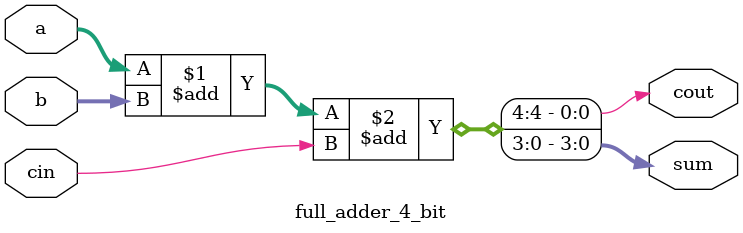
<source format=v>
module full_adder_4_bit (
    input  wire [3:0] a,
    input  wire [3:0] b,
    input  wire cin,
    output wire [3:0] sum,
    output wire cout
);
    // TODO: Implement the 4-bit full adder here
    assign {cout,sum} = a+b+cin;

endmodule

</source>
